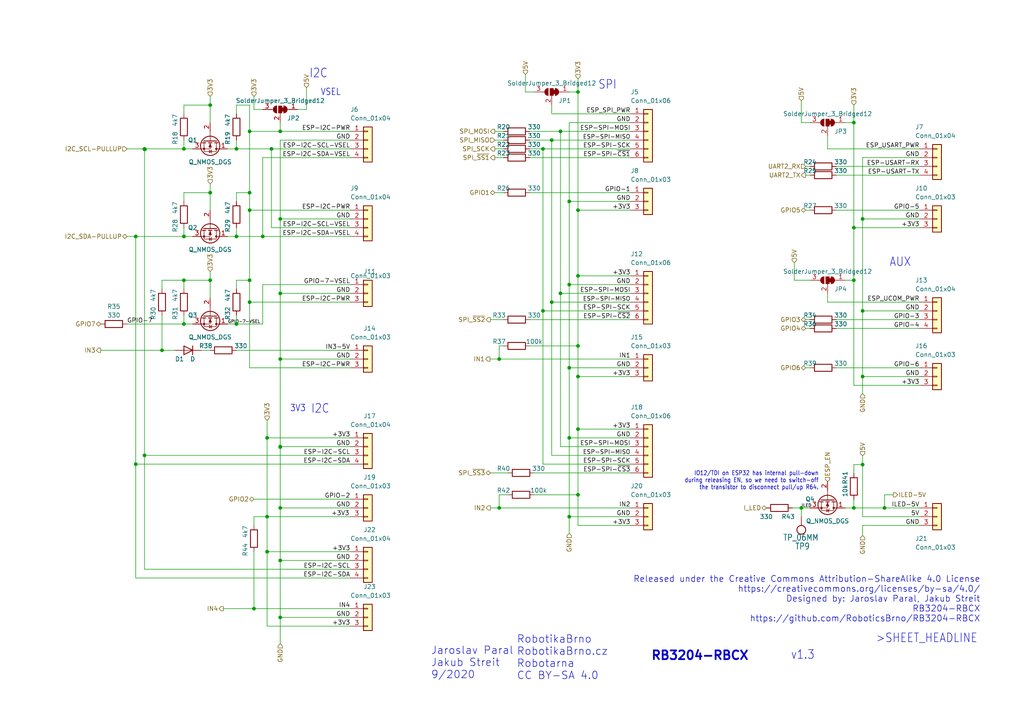
<source format=kicad_sch>
(kicad_sch (version 20211123) (generator eeschema)
  (paper "A4")
  (lib_symbols
    (symbol "Connector_Generic:Conn_01x03" (pin_names (offset 1.016) hide)
      (property "Reference" "J" (at 0 5.08 0))
      (property "Value" "Conn_01x03" (at 0 -5.08 0))
      (symbol "Conn_01x03_1_1"
        (rectangle (start -1.27 -2.413) (end 0 -2.667) (stroke (width 0.1524)))
        (rectangle (start -1.27 0.127) (end 0 -0.127) (stroke (width 0.1524)))
        (rectangle (start -1.27 2.667) (end 0 2.413) (stroke (width 0.1524)))
        (rectangle (start -1.27 3.81) (end 1.27 -3.81) (stroke (width 0.254)) (fill (type background)))
        (pin passive line (at -5.08 2.54 0) (length 3.81) (name "Pin_1") (number "1"))
        (pin passive line (at -5.08 0 0) (length 3.81) (name "Pin_2") (number "2"))
        (pin passive line (at -5.08 -2.54 0) (length 3.81) (name "Pin_3") (number "3"))
      )
    )
    (symbol "Connector_Generic:Conn_01x04" (pin_names (offset 1.016) hide)
      (property "Reference" "J" (at 0 5.08 0))
      (property "Value" "Conn_01x04" (at 0 -7.62 0))
      (symbol "Conn_01x04_1_1"
        (rectangle (start -1.27 -4.953) (end 0 -5.207) (stroke (width 0.1524)))
        (rectangle (start -1.27 -2.413) (end 0 -2.667) (stroke (width 0.1524)))
        (rectangle (start -1.27 0.127) (end 0 -0.127) (stroke (width 0.1524)))
        (rectangle (start -1.27 2.667) (end 0 2.413) (stroke (width 0.1524)))
        (rectangle (start -1.27 3.81) (end 1.27 -6.35) (stroke (width 0.254)) (fill (type background)))
        (pin passive line (at -5.08 2.54 0) (length 3.81) (name "Pin_1") (number "1"))
        (pin passive line (at -5.08 0 0) (length 3.81) (name "Pin_2") (number "2"))
        (pin passive line (at -5.08 -2.54 0) (length 3.81) (name "Pin_3") (number "3"))
        (pin passive line (at -5.08 -5.08 0) (length 3.81) (name "Pin_4") (number "4"))
      )
    )
    (symbol "Connector_Generic:Conn_01x06" (pin_names (offset 1.016) hide)
      (property "Reference" "J" (at 0 7.62 0))
      (property "Value" "Conn_01x06" (at 0 -10.16 0))
      (symbol "Conn_01x06_1_1"
        (rectangle (start -1.27 -7.493) (end 0 -7.747) (stroke (width 0.1524)))
        (rectangle (start -1.27 -4.953) (end 0 -5.207) (stroke (width 0.1524)))
        (rectangle (start -1.27 -2.413) (end 0 -2.667) (stroke (width 0.1524)))
        (rectangle (start -1.27 0.127) (end 0 -0.127) (stroke (width 0.1524)))
        (rectangle (start -1.27 2.667) (end 0 2.413) (stroke (width 0.1524)))
        (rectangle (start -1.27 5.207) (end 0 4.953) (stroke (width 0.1524)))
        (rectangle (start -1.27 6.35) (end 1.27 -8.89) (stroke (width 0.254)) (fill (type background)))
        (pin passive line (at -5.08 5.08 0) (length 3.81) (name "Pin_1") (number "1"))
        (pin passive line (at -5.08 2.54 0) (length 3.81) (name "Pin_2") (number "2"))
        (pin passive line (at -5.08 0 0) (length 3.81) (name "Pin_3") (number "3"))
        (pin passive line (at -5.08 -2.54 0) (length 3.81) (name "Pin_4") (number "4"))
        (pin passive line (at -5.08 -5.08 0) (length 3.81) (name "Pin_5") (number "5"))
        (pin passive line (at -5.08 -7.62 0) (length 3.81) (name "Pin_6") (number "6"))
      )
    )
    (symbol "Device:D" (pin_numbers hide) (pin_names (offset 1.016) hide)
      (property "Reference" "D" (at 0 2.54 0))
      (property "Value" "D" (at 0 -2.54 0))
      (symbol "D_0_1"
        (polyline (pts (xy -1.27 1.27) (xy -1.27 -1.27)) (stroke (width 0.254)))
        (polyline (pts (xy 1.27 0) (xy -1.27 0)))
        (polyline (pts (xy 1.27 1.27) (xy 1.27 -1.27) (xy -1.27 0) (xy 1.27 1.27)) (stroke (width 0.254)))
      )
      (symbol "D_1_1"
        (pin passive line (at -3.81 0 0) (length 2.54) (name "K") (number "1"))
        (pin passive line (at 3.81 0 180) (length 2.54) (name "A") (number "2"))
      )
    )
    (symbol "Device:Q_NMOS_DGS" (pin_names (offset 0) hide)
      (property "Reference" "Q" (at 5.08 1.27 0))
      (property "Value" "Q_NMOS_DGS" (at 5.08 -1.27 0))
      (symbol "Q_NMOS_DGS_0_1"
        (polyline (pts (xy 0.254 0) (xy -2.54 0)))
        (polyline (pts (xy 0.254 1.905) (xy 0.254 -1.905)) (stroke (width 0.254)))
        (polyline (pts (xy 0.762 -1.27) (xy 0.762 -2.286)) (stroke (width 0.254)))
        (polyline (pts (xy 0.762 0.508) (xy 0.762 -0.508)) (stroke (width 0.254)))
        (polyline (pts (xy 0.762 2.286) (xy 0.762 1.27)) (stroke (width 0.254)))
        (polyline (pts (xy 2.54 2.54) (xy 2.54 1.778)))
        (polyline (pts (xy 2.54 -2.54) (xy 2.54 0) (xy 0.762 0)))
        (polyline (pts (xy 0.762 -1.778) (xy 3.302 -1.778) (xy 3.302 1.778) (xy 0.762 1.778)))
        (polyline (pts (xy 1.016 0) (xy 2.032 0.381) (xy 2.032 -0.381) (xy 1.016 0)) (fill (type outline)))
        (polyline (pts (xy 2.794 0.508) (xy 2.921 0.381) (xy 3.683 0.381) (xy 3.81 0.254)))
        (polyline (pts (xy 3.302 0.381) (xy 2.921 -0.254) (xy 3.683 -0.254) (xy 3.302 0.381)))
        (circle (center 1.651 0) (radius 2.794) (stroke (width 0.254)))
        (circle (center 2.54 -1.778) (radius 0.254) (fill (type outline)))
        (circle (center 2.54 1.778) (radius 0.254) (fill (type outline)))
      )
      (symbol "Q_NMOS_DGS_1_1"
        (pin passive line (at 2.54 5.08 270) (length 2.54) (name "D") (number "1"))
        (pin input line (at -5.08 0 0) (length 2.54) (name "G") (number "2"))
        (pin passive line (at 2.54 -5.08 90) (length 2.54) (name "S") (number "3"))
      )
    )
    (symbol "Device:R" (pin_numbers hide) (pin_names (offset 0))
      (property "Reference" "R" (at 2.032 0 90))
      (property "Value" "R" (at 0 0 90))
      (symbol "R_0_1"
        (rectangle (start -1.016 -2.54) (end 1.016 2.54) (stroke (width 0.254)))
      )
      (symbol "R_1_1"
        (pin passive line (at 0 3.81 270) (length 1.27) (name "~") (number "1"))
        (pin passive line (at 0 -3.81 90) (length 1.27) (name "~") (number "2"))
      )
    )
    (symbol "Jumper:SolderJumper_3_Bridged12" (pin_names (offset 0) hide)
      (property "Reference" "JP" (at -2.54 -2.54 0))
      (property "Value" "SolderJumper_3_Bridged12" (at 0 2.794 0))
      (symbol "SolderJumper_3_Bridged12_0_1"
        (rectangle (start -1.016 0.508) (end -0.508 -0.508) (fill (type outline)))
        (arc (start -1.016 1.016) (mid -2.032 0) (end -1.016 -1.016))
        (arc (start -1.016 1.016) (mid -2.032 0) (end -1.016 -1.016) (fill (type outline)))
        (rectangle (start -0.508 1.016) (end 0.508 -1.016) (fill (type outline)))
        (polyline (pts (xy -2.54 0) (xy -2.032 0)))
        (polyline (pts (xy -1.016 1.016) (xy -1.016 -1.016)))
        (polyline (pts (xy 0 -1.27) (xy 0 -1.016)))
        (polyline (pts (xy 1.016 1.016) (xy 1.016 -1.016)))
        (polyline (pts (xy 2.54 0) (xy 2.032 0)))
        (arc (start 1.016 -1.016) (mid 2.032 0) (end 1.016 1.016))
        (arc (start 1.016 -1.016) (mid 2.032 0) (end 1.016 1.016) (fill (type outline)))
      )
      (symbol "SolderJumper_3_Bridged12_1_1"
        (pin passive line (at -5.08 0 0) (length 2.54) (name "A") (number "1"))
        (pin passive line (at 0 -3.81 90) (length 2.54) (name "C") (number "2"))
        (pin passive line (at 5.08 0 180) (length 2.54) (name "B") (number "3"))
      )
    )
    (symbol "RBCX-eagle-import:TP_06MM"
      (property "Reference" "TP" (at -2.54 7.62 0))
      (property "Value" "TP_06MM" (at -2.54 5.334 0))
      (symbol "TP_06MM_1_0"
        (circle (center 0 3.81) (radius 1.27) (stroke (width 0.254)))
        (pin passive line (at 0 0 90) (length 2.54) (name "TP") (number "P$1"))
      )
    )
  )
  (junction (at 144.78 147.32))
  (junction (at 162.56 38.1))
  (junction (at 157.48 90.17))
  (junction (at 68.58 43.18))
  (junction (at 53.34 43.18))
  (junction (at 46.99 101.6))
  (junction (at 167.64 100.33))
  (junction (at 81.28 129.667))
  (junction (at 81.28 104.14))
  (junction (at 165.1 58.42))
  (junction (at 60.96 81.28))
  (junction (at 53.34 93.98))
  (junction (at 77.47 127))
  (junction (at 53.34 81.28))
  (junction (at 39.37 68.58))
  (junction (at 53.34 68.58))
  (junction (at 232.41 147.32))
  (junction (at 167.64 60.96))
  (junction (at 81.28 85.09))
  (junction (at 256.54 147.32))
  (junction (at 60.96 55.88))
  (junction (at 165.1 82.55))
  (junction (at 81.28 162.56))
  (junction (at 81.28 63.5))
  (junction (at 247.65 147.32))
  (junction (at 81.28 129.54))
  (junction (at 39.37 134.62))
  (junction (at 73.66 176.53))
  (junction (at 77.47 149.86))
  (junction (at 41.91 43.307))
  (junction (at 60.96 30.48))
  (junction (at 250.19 63.5))
  (junction (at 167.64 143.51))
  (junction (at 250.19 90.17))
  (junction (at 72.39 87.63))
  (junction (at 167.64 80.01))
  (junction (at 81.28 147.32))
  (junction (at 165.1 127))
  (junction (at 81.28 38.1))
  (junction (at 41.91 43.18))
  (junction (at 165.1 106.68))
  (junction (at 250.19 134.747))
  (junction (at 165.1 149.86))
  (junction (at 144.78 104.14))
  (junction (at 76.2 68.58))
  (junction (at 77.47 160.02))
  (junction (at 167.64 109.22))
  (junction (at 157.48 43.18))
  (junction (at 68.58 93.98))
  (junction (at 247.65 81.28))
  (junction (at 72.39 81.28))
  (junction (at 41.91 132.08))
  (junction (at 81.28 179.07))
  (junction (at 162.56 85.09))
  (junction (at 167.64 26.67))
  (junction (at 250.19 109.22))
  (junction (at 160.02 87.63))
  (junction (at 247.65 35.56))
  (junction (at 78.74 43.18))
  (junction (at 42.037 43.307))
  (junction (at 72.39 55.88))
  (junction (at 72.39 60.96))
  (junction (at 72.39 38.1))
  (junction (at 167.64 124.46))
  (junction (at 247.65 66.04))
  (junction (at 160.02 40.64))
  (junction (at 68.58 68.58))
  (wire (pts (xy 247.65 66.04) (xy 247.65 81.28)))
  (wire (pts (xy 247.65 66.04) (xy 266.7 66.04)))
  (wire (pts (xy 53.34 83.82) (xy 53.34 81.28)))
  (wire (pts (xy 160.02 30.48) (xy 160.02 33.02)))
  (wire (pts (xy 167.64 80.01) (xy 167.64 100.33)))
  (wire (pts (xy 157.48 134.62) (xy 182.88 134.62)))
  (wire (pts (xy 143.51 45.72) (xy 146.05 45.72)))
  (wire (pts (xy 142.24 137.16) (xy 147.32 137.16)))
  (wire (pts (xy 81.28 179.07) (xy 81.28 162.56)))
  (wire (pts (xy 72.39 60.96) (xy 101.6 60.96)))
  (wire (pts (xy 153.67 43.18) (xy 157.48 43.18)))
  (wire (pts (xy 39.37 68.58) (xy 39.37 134.62)))
  (wire (pts (xy 250.19 63.5) (xy 266.7 63.5)))
  (wire (pts (xy 162.56 129.54) (xy 162.56 85.09)))
  (wire (pts (xy 81.28 104.14) (xy 101.6 104.14)))
  (wire (pts (xy 72.39 87.63) (xy 72.39 106.68)))
  (wire (pts (xy 157.48 90.17) (xy 182.88 90.17)))
  (wire (pts (xy 165.1 58.42) (xy 165.1 82.55)))
  (wire (pts (xy 77.47 160.02) (xy 77.47 181.61)))
  (wire (pts (xy 41.91 43.18) (xy 41.91 43.307)))
  (wire (pts (xy 60.96 81.28) (xy 60.96 86.36)))
  (wire (pts (xy 157.48 43.18) (xy 182.88 43.18)))
  (wire (pts (xy 266.7 45.72) (xy 250.19 45.72)))
  (wire (pts (xy 72.39 87.63) (xy 101.6 87.63)))
  (wire (pts (xy 101.6 38.1) (xy 81.28 38.1)))
  (wire (pts (xy 76.2 45.72) (xy 101.6 45.72)))
  (wire (pts (xy 36.83 68.58) (xy 39.37 68.58)))
  (wire (pts (xy 81.28 162.56) (xy 101.6 162.56)))
  (wire (pts (xy 242.57 50.8) (xy 266.7 50.8)))
  (wire (pts (xy 81.28 35.56) (xy 81.28 38.1)))
  (wire (pts (xy 242.57 95.25) (xy 266.7 95.25)))
  (wire (pts (xy 160.02 132.08) (xy 182.88 132.08)))
  (wire (pts (xy 232.41 147.32) (xy 234.95 147.32)))
  (wire (pts (xy 240.03 87.63) (xy 266.7 87.63)))
  (wire (pts (xy 153.67 92.71) (xy 182.88 92.71)))
  (wire (pts (xy 77.47 121.92) (xy 77.47 127)))
  (wire (pts (xy 77.47 181.61) (xy 101.6 181.61)))
  (wire (pts (xy 72.39 60.96) (xy 72.39 81.28)))
  (wire (pts (xy 162.56 85.09) (xy 182.88 85.09)))
  (wire (pts (xy 55.88 43.18) (xy 53.34 43.18)))
  (wire (pts (xy 153.67 40.64) (xy 160.02 40.64)))
  (wire (pts (xy 165.1 58.42) (xy 165.1 35.56)))
  (wire (pts (xy 142.113 104.14) (xy 144.78 104.14)))
  (wire (pts (xy 60.96 30.48) (xy 60.96 35.56)))
  (wire (pts (xy 53.34 33.02) (xy 53.34 30.48)))
  (wire (pts (xy 81.28 85.09) (xy 81.28 104.14)))
  (wire (pts (xy 41.91 43.307) (xy 42.037 43.307)))
  (wire (pts (xy 162.56 38.1) (xy 162.56 85.09)))
  (wire (pts (xy 147.32 143.51) (xy 144.78 143.51)))
  (wire (pts (xy 250.19 132.207) (xy 250.19 134.747)))
  (wire (pts (xy 68.58 68.58) (xy 76.2 68.58)))
  (wire (pts (xy 76.2 68.58) (xy 101.6 68.58)))
  (wire (pts (xy 60.96 55.88) (xy 60.96 60.96)))
  (wire (pts (xy 165.1 82.55) (xy 182.88 82.55)))
  (wire (pts (xy 167.64 124.46) (xy 182.88 124.46)))
  (wire (pts (xy 167.64 22.86) (xy 167.64 26.67)))
  (wire (pts (xy 81.28 186.69) (xy 81.28 179.07)))
  (wire (pts (xy 101.6 165.1) (xy 41.91 165.1)))
  (wire (pts (xy 250.19 149.86) (xy 266.7 149.86)))
  (wire (pts (xy 160.02 40.64) (xy 160.02 87.63)))
  (wire (pts (xy 46.99 91.44) (xy 46.99 101.6)))
  (wire (pts (xy 167.64 80.01) (xy 182.88 80.01)))
  (wire (pts (xy 242.57 60.96) (xy 266.7 60.96)))
  (wire (pts (xy 230.378 76.2) (xy 230.378 81.28)))
  (wire (pts (xy 101.6 160.02) (xy 77.47 160.02)))
  (wire (pts (xy 81.28 147.32) (xy 81.28 162.56)))
  (wire (pts (xy 165.1 127) (xy 182.88 127)))
  (wire (pts (xy 229.87 147.32) (xy 232.41 147.32)))
  (wire (pts (xy 165.1 149.86) (xy 165.1 154.686)))
  (wire (pts (xy 81.28 129.667) (xy 81.28 147.32)))
  (wire (pts (xy 72.39 55.88) (xy 72.39 60.96)))
  (wire (pts (xy 234.95 106.68) (xy 233.68 106.68)))
  (wire (pts (xy 167.64 152.4) (xy 182.88 152.4)))
  (wire (pts (xy 53.34 30.48) (xy 60.96 30.48)))
  (wire (pts (xy 247.65 111.76) (xy 266.7 111.76)))
  (wire (pts (xy 55.88 68.58) (xy 53.34 68.58)))
  (wire (pts (xy 81.28 63.5) (xy 101.6 63.5)))
  (wire (pts (xy 162.56 129.54) (xy 182.88 129.54)))
  (wire (pts (xy 36.83 43.18) (xy 41.91 43.18)))
  (wire (pts (xy 53.34 58.42) (xy 53.34 55.88)))
  (wire (pts (xy 76.2 93.98) (xy 76.2 82.55)))
  (wire (pts (xy 242.57 106.68) (xy 266.7 106.68)))
  (wire (pts (xy 53.34 81.28) (xy 60.96 81.28)))
  (wire (pts (xy 143.51 55.88) (xy 146.05 55.88)))
  (wire (pts (xy 46.99 101.6) (xy 50.8 101.6)))
  (wire (pts (xy 60.96 81.28) (xy 60.96 78.74)))
  (wire (pts (xy 72.39 30.48) (xy 72.39 38.1)))
  (wire (pts (xy 165.1 149.86) (xy 165.1 127)))
  (wire (pts (xy 73.66 149.86) (xy 77.47 149.86)))
  (wire (pts (xy 68.58 83.82) (xy 68.58 81.28)))
  (wire (pts (xy 66.04 68.58) (xy 68.58 68.58)))
  (wire (pts (xy 240.03 85.09) (xy 240.03 87.63)))
  (wire (pts (xy 144.78 104.14) (xy 182.88 104.14)))
  (wire (pts (xy 250.19 90.17) (xy 250.19 109.22)))
  (wire (pts (xy 72.39 38.1) (xy 72.39 55.88)))
  (wire (pts (xy 256.54 143.51) (xy 256.54 147.32)))
  (wire (pts (xy 76.2 82.55) (xy 101.6 82.55)))
  (wire (pts (xy 73.66 27.94) (xy 73.66 31.75)))
  (wire (pts (xy 68.58 101.6) (xy 101.6 101.6)))
  (wire (pts (xy 81.28 147.32) (xy 101.6 147.32)))
  (wire (pts (xy 68.58 91.44) (xy 68.58 93.98)))
  (wire (pts (xy 39.37 68.58) (xy 53.34 68.58)))
  (wire (pts (xy 68.58 81.28) (xy 72.39 81.28)))
  (wire (pts (xy 73.66 31.75) (xy 76.2 31.75)))
  (wire (pts (xy 143.51 43.18) (xy 146.05 43.18)))
  (wire (pts (xy 165.1 58.42) (xy 182.88 58.42)))
  (wire (pts (xy 152.4 21.59) (xy 152.4 26.67)))
  (wire (pts (xy 29.21 101.6) (xy 46.99 101.6)))
  (wire (pts (xy 88.9 31.75) (xy 86.36 31.75)))
  (wire (pts (xy 240.03 39.37) (xy 240.03 43.18)))
  (wire (pts (xy 167.64 60.96) (xy 182.88 60.96)))
  (wire (pts (xy 157.48 134.62) (xy 157.48 90.17)))
  (wire (pts (xy 60.96 55.88) (xy 60.96 53.34)))
  (wire (pts (xy 165.1 149.86) (xy 182.88 149.86)))
  (wire (pts (xy 81.28 85.09) (xy 101.6 85.09)))
  (wire (pts (xy 167.64 124.46) (xy 167.64 143.51)))
  (wire (pts (xy 242.57 92.71) (xy 266.7 92.71)))
  (wire (pts (xy 144.78 143.51) (xy 144.78 147.32)))
  (wire (pts (xy 101.6 132.08) (xy 41.91 132.08)))
  (wire (pts (xy 73.66 144.78) (xy 101.6 144.78)))
  (wire (pts (xy 53.34 40.64) (xy 53.34 43.18)))
  (wire (pts (xy 88.9 31.75) (xy 88.9 25.4)))
  (wire (pts (xy 60.96 27.94) (xy 60.96 30.48)))
  (wire (pts (xy 250.19 90.17) (xy 266.7 90.17)))
  (wire (pts (xy 154.94 143.51) (xy 167.64 143.51)))
  (wire (pts (xy 78.74 66.04) (xy 78.74 43.18)))
  (wire (pts (xy 46.99 83.82) (xy 46.99 81.28)))
  (wire (pts (xy 165.1 127) (xy 165.1 106.68)))
  (wire (pts (xy 153.67 45.72) (xy 182.88 45.72)))
  (wire (pts (xy 101.6 134.62) (xy 39.37 134.62)))
  (wire (pts (xy 230.378 81.28) (xy 234.95 81.28)))
  (wire (pts (xy 160.02 87.63) (xy 182.88 87.63)))
  (wire (pts (xy 232.41 147.32) (xy 232.41 149.86)))
  (wire (pts (xy 101.6 129.54) (xy 81.28 129.54)))
  (wire (pts (xy 78.74 43.18) (xy 101.6 43.18)))
  (wire (pts (xy 146.05 100.33) (xy 144.78 100.33)))
  (wire (pts (xy 234.95 48.26) (xy 233.68 48.26)))
  (wire (pts (xy 167.64 109.22) (xy 167.64 124.46)))
  (wire (pts (xy 46.99 81.28) (xy 53.34 81.28)))
  (wire (pts (xy 245.11 35.56) (xy 247.65 35.56)))
  (wire (pts (xy 68.58 30.48) (xy 72.39 30.48)))
  (wire (pts (xy 250.19 114.173) (xy 250.19 109.22)))
  (wire (pts (xy 81.28 129.667) (xy 81.28 129.54)))
  (wire (pts (xy 68.58 55.88) (xy 72.39 55.88)))
  (wire (pts (xy 247.65 81.28) (xy 245.11 81.28)))
  (wire (pts (xy 81.28 179.07) (xy 101.6 179.07)))
  (wire (pts (xy 73.66 149.86) (xy 73.66 152.4)))
  (wire (pts (xy 153.67 100.33) (xy 167.64 100.33)))
  (wire (pts (xy 152.4 26.67) (xy 154.94 26.67)))
  (wire (pts (xy 233.68 50.8) (xy 234.95 50.8)))
  (wire (pts (xy 250.19 45.72) (xy 250.19 63.5)))
  (wire (pts (xy 247.65 134.747) (xy 247.65 137.287)))
  (wire (pts (xy 66.04 93.98) (xy 68.58 93.98)))
  (wire (pts (xy 58.42 101.6) (xy 60.96 101.6)))
  (wire (pts (xy 250.19 134.747) (xy 250.19 149.86)))
  (wire (pts (xy 160.02 33.02) (xy 182.88 33.02)))
  (wire (pts (xy 242.57 48.26) (xy 266.7 48.26)))
  (wire (pts (xy 53.34 43.18) (xy 41.91 43.18)))
  (wire (pts (xy 165.1 106.68) (xy 182.88 106.68)))
  (wire (pts (xy 53.34 66.04) (xy 53.34 68.58)))
  (wire (pts (xy 72.39 106.68) (xy 101.6 106.68)))
  (wire (pts (xy 247.65 147.32) (xy 256.54 147.32)))
  (wire (pts (xy 160.02 132.08) (xy 160.02 87.63)))
  (wire (pts (xy 250.19 63.5) (xy 250.19 90.17)))
  (wire (pts (xy 77.47 149.86) (xy 77.47 160.02)))
  (wire (pts (xy 81.28 40.64) (xy 101.6 40.64)))
  (wire (pts (xy 77.47 149.86) (xy 101.6 149.86)))
  (wire (pts (xy 153.67 38.1) (xy 162.56 38.1)))
  (wire (pts (xy 68.58 40.64) (xy 68.58 43.18)))
  (wire (pts (xy 162.56 38.1) (xy 182.88 38.1)))
  (wire (pts (xy 78.74 66.04) (xy 101.6 66.04)))
  (wire (pts (xy 153.67 55.88) (xy 182.88 55.88)))
  (wire (pts (xy 81.28 63.5) (xy 81.28 85.09)))
  (wire (pts (xy 101.6 167.64) (xy 39.37 167.64)))
  (wire (pts (xy 154.94 137.16) (xy 182.88 137.16)))
  (wire (pts (xy 167.64 60.96) (xy 167.64 80.01)))
  (wire (pts (xy 165.1 35.56) (xy 182.88 35.56)))
  (wire (pts (xy 234.95 92.71) (xy 233.68 92.71)))
  (wire (pts (xy 73.66 160.02) (xy 73.66 176.53)))
  (wire (pts (xy 41.91 165.1) (xy 41.91 132.08)))
  (wire (pts (xy 64.77 176.53) (xy 73.66 176.53)))
  (wire (pts (xy 144.78 100.33) (xy 144.78 104.14)))
  (wire (pts (xy 256.54 147.32) (xy 266.7 147.32)))
  (wire (pts (xy 81.28 104.14) (xy 81.28 129.54)))
  (wire (pts (xy 165.1 82.55) (xy 165.1 106.68)))
  (wire (pts (xy 68.58 43.18) (xy 78.74 43.18)))
  (wire (pts (xy 143.51 38.1) (xy 146.05 38.1)))
  (wire (pts (xy 266.7 43.18) (xy 240.03 43.18)))
  (wire (pts (xy 167.64 143.51) (xy 167.64 152.4)))
  (wire (pts (xy 167.64 109.22) (xy 182.88 109.22)))
  (wire (pts (xy 72.39 87.63) (xy 72.39 81.28)))
  (wire (pts (xy 36.83 93.98) (xy 53.34 93.98)))
  (wire (pts (xy 167.64 100.33) (xy 167.64 109.22)))
  (wire (pts (xy 142.24 92.71) (xy 146.05 92.71)))
  (wire (pts (xy 250.19 152.4) (xy 266.7 152.4)))
  (wire (pts (xy 55.88 93.98) (xy 53.34 93.98)))
  (wire (pts (xy 234.95 95.25) (xy 233.68 95.25)))
  (wire (pts (xy 247.65 144.907) (xy 247.65 147.32)))
  (wire (pts (xy 81.28 40.64) (xy 81.28 63.5)))
  (wire (pts (xy 259.08 143.51) (xy 256.54 143.51)))
  (wire (pts (xy 143.51 40.64) (xy 146.05 40.64)))
  (wire (pts (xy 250.19 109.22) (xy 266.7 109.22)))
  (wire (pts (xy 68.58 33.02) (xy 68.58 30.48)))
  (wire (pts (xy 68.58 58.42) (xy 68.58 55.88)))
  (wire (pts (xy 247.65 81.28) (xy 247.65 111.76)))
  (wire (pts (xy 157.48 43.18) (xy 157.48 90.17)))
  (wire (pts (xy 245.11 147.32) (xy 247.65 147.32)))
  (wire (pts (xy 142.24 147.32) (xy 144.78 147.32)))
  (wire (pts (xy 167.64 60.96) (xy 167.64 26.67)))
  (wire (pts (xy 53.34 91.44) (xy 53.34 93.98)))
  (wire (pts (xy 234.95 60.96) (xy 233.68 60.96)))
  (wire (pts (xy 250.19 155.321) (xy 250.19 152.4)))
  (wire (pts (xy 39.37 167.64) (xy 39.37 134.62)))
  (wire (pts (xy 247.65 30.48) (xy 247.65 35.56)))
  (wire (pts (xy 232.41 29.21) (xy 232.41 35.56)))
  (wire (pts (xy 72.39 38.1) (xy 81.28 38.1)))
  (wire (pts (xy 68.58 66.04) (xy 68.58 68.58)))
  (wire (pts (xy 73.66 176.53) (xy 101.6 176.53)))
  (wire (pts (xy 232.41 35.56) (xy 234.95 35.56)))
  (wire (pts (xy 76.2 68.58) (xy 76.2 45.72)))
  (wire (pts (xy 247.65 134.747) (xy 250.19 134.747)))
  (wire (pts (xy 53.34 55.88) (xy 60.96 55.88)))
  (wire (pts (xy 160.02 40.64) (xy 182.88 40.64)))
  (wire (pts (xy 66.04 43.18) (xy 68.58 43.18)))
  (wire (pts (xy 247.65 35.56) (xy 247.65 66.04)))
  (wire (pts (xy 101.6 127) (xy 77.47 127)))
  (wire (pts (xy 41.91 43.307) (xy 41.91 132.08)))
  (wire (pts (xy 144.78 147.32) (xy 182.88 147.32)))
  (wire (pts (xy 165.1 26.67) (xy 167.64 26.67)))
  (wire (pts (xy 68.58 93.98) (xy 76.2 93.98)))
  (wire (pts (xy 77.47 127) (xy 77.47 149.86)))
  (text "Released under the Creative Commons Attribution-ShareAlike 4.0 License\nhttps://creativecommons.org/licenses/by-sa/4.0/\nDesigned by: Jaroslav Paral, Jakub Streit\nRB3204-RBCX\nhttps://github.com/RoboticsBrno/RB3204-RBCX" (at 284.353 180.594 180) (effects (font (size 1.778 1.778)) (justify right bottom)))
  (text "I2C" (at 89.662 22.86 180) (effects (font (size 2.54 2.159)) (justify left bottom)))
  (text "v1.3" (at 229.362 191.516 180) (effects (font (size 2.54 2.159)) (justify left bottom)))
  (text "Jaroslav Paral\nJakub Streit\n9/2020" (at 124.968 197.104 180) (effects (font (size 2.1844 2.1844)) (justify left bottom)))
  (text "AUX" (at 257.937 77.597 180) (effects (font (size 2.54 2.159)) (justify left bottom)))
  (text "I2C" (at 90.17 120.142 180) (effects (font (size 2.54 2.159)) (justify left bottom)))
  (text "VSEL" (at 92.964 27.94 180) (effects (font (size 1.905 1.6192)) (justify left bottom)))
  (text "RB3204-RBCX" (at 188.722 191.77 180) (effects (font (size 2.54 2.54) (thickness 0.508) bold) (justify left bottom)))
  (text ">SHEET_HEADLINE" (at 254 186.69 180) (effects (font (size 2.54 2.159)) (justify left bottom)))
  (text "3V3" (at 84.074 119.634 180) (effects (font (size 1.905 1.6192)) (justify left bottom)))
  (text "RobotikaBrno\nRobotikaBrno.cz\nRobotarna\nCC BY-SA 4.0" (at 149.86 197.358 180) (effects (font (size 2.1844 2.1844)) (justify left bottom)))
  (text "IO12/TDI on ESP32 has internal pull-down\nduring releasing EN, so we need to switch-off\nthe transistor to disconnect pull/up R64." (at 237.49 142.24 180) (effects (font (size 1.27 1.0795)) (justify right bottom)))
  (text "SPI" (at 173.482 26.162 180) (effects (font (size 2.54 2.159)) (justify left bottom)))
  (label "GND" (at 101.6 104.14 180))
  (label "GND" (at 101.6 85.09 180))
  (label "+3V3" (at 182.88 80.01 180))
  (label "GND" (at 101.6 40.64 180))
  (label "+3V3" (at 182.88 124.46 180))
  (label "IN4" (at 101.6 176.53 180))
  (label "ESP_UCOM_PWR" (at 266.7 87.63 180))
  (label "GPIO-2" (at 101.6 144.78 180))
  (label "IN3-5V" (at 101.6 101.6 180))
  (label "+3V3" (at 266.7 66.04 180))
  (label "IN2" (at 182.88 147.32 180))
  (label "ILED" (at 232.41 147.32 0) (effects (font (size 0.889 0.889))))
  (label "GND" (at 101.6 162.56 180))
  (label "IN1" (at 182.88 104.14 180))
  (label "GND" (at 182.88 106.68 180))
  (label "+3V3" (at 182.88 60.96 180))
  (label "ESP-SPI-~{CS3}" (at 182.88 137.16 180))
  (label "ESP-SPI-MISO" (at 182.88 40.64 180) (effects (font (size 1.2 1.2))))
  (label "GND" (at 101.6 63.5 180))
  (label "ESP-I2C-SCL" (at 101.6 165.1 180))
  (label "+3V3" (at 182.88 152.4 180))
  (label "GND" (at 266.7 90.17 180))
  (label "ESP-I2C-PWR" (at 101.6 60.96 180))
  (label "GND" (at 182.88 35.56 180))
  (label "ESP-SPI-~{CS2}" (at 182.88 92.71 180))
  (label "ESP_SPI_PWR" (at 182.88 33.02 180))
  (label "ESP-SPI-MISO" (at 182.88 87.63 180) (effects (font (size 1.2 1.2))))
  (label "+3V3" (at 101.3564 149.86 180))
  (label "GPIO-7-VSEL" (at 66.04 93.98 0) (effects (font (size 0.889 0.889))))
  (label "ESP-SPI-~{CS1}" (at 182.88 45.72 180))
  (label "ESP-I2C-SDA-VSEL" (at 101.6 45.72 180))
  (label "ESP-I2C-SCL-VSEL" (at 101.6 43.18 180))
  (label "GPIO-3" (at 266.7 92.71 180))
  (label "ESP-USART-TX" (at 266.7 50.8 180))
  (label "+3V3" (at 101.6 127 180))
  (label "ESP-I2C-SCL-VSEL" (at 101.6 66.04 180))
  (label "+3V3" (at 101.6 160.02 180))
  (label "ESP-SPI-MISO" (at 182.88 132.08 180) (effects (font (size 1.2 1.2))))
  (label "GPIO-4" (at 266.7 95.25 180))
  (label "GND" (at 182.88 58.42 180))
  (label "GPIO-1" (at 182.88 55.88 180))
  (label "ESP-I2C-SDA" (at 101.6 134.62 180))
  (label "GND" (at 266.7 45.72 180))
  (label "GND" (at 182.88 127 180))
  (label "ESP-I2C-PWR" (at 101.6 106.68 180))
  (label "ESP_USART_PWR" (at 266.7 43.18 180))
  (label "GPIO-6" (at 266.7 106.68 180))
  (label "GND" (at 182.88 82.55 180))
  (label "GND" (at 266.7 109.22 180))
  (label "ESP-SPI-SCK" (at 182.88 134.62 180))
  (label "ESP-SPI-SCK" (at 182.88 90.17 180))
  (label "ESP-USART-RX" (at 266.7 48.26 180))
  (label "ESP-SPI-MOSI" (at 182.88 129.54 180))
  (label "ESP-SPI-MOSI" (at 182.88 85.09 180))
  (label "GND" (at 266.7 63.5 180))
  (label "5V" (at 266.7 149.86 180))
  (label "ESP-I2C-SDA" (at 101.6 167.64 180))
  (label "+3V3" (at 182.88 109.22 180))
  (label "ESP-I2C-SCL" (at 101.6 132.08 180))
  (label "ESP-I2C-PWR" (at 101.6 38.1 180))
  (label "GND" (at 182.88 149.86 180))
  (label "GPIO-7-VSEL" (at 101.6 82.55 180))
  (label "GPIO-7" (at 36.83 93.98 0))
  (label "GND" (at 101.6 147.32 180))
  (label "GND" (at 266.7 152.4 180))
  (label "ESP-SPI-MOSI" (at 182.88 38.1 180))
  (label "ESP-I2C-SDA-VSEL" (at 101.6 68.58 180))
  (label "+3V3" (at 266.7 111.76 180))
  (label "GND" (at 101.6 129.54 180))
  (label "ESP-SPI-SCK" (at 182.88 43.18 180))
  (label "+3V3" (at 101.6 181.61 180))
  (label "ILED-5V" (at 266.7 147.32 180))
  (label "ESP-I2C-PWR" (at 101.6 87.63 180))
  (label "GND" (at 101.6 179.07 180))
  (label "GPIO-5" (at 266.7 60.96 180))
  (hierarchical_label "3V3" (shape input) (at 60.96 53.34 90))
  (hierarchical_label "3V3" (shape input) (at 77.47 121.92 90))
  (hierarchical_label "GND" (shape input) (at 250.19 155.321 270))
  (hierarchical_label "3V3" (shape input) (at 73.66 27.94 90))
  (hierarchical_label "GPIO3" (shape bidirectional) (at 233.68 92.71 180))
  (hierarchical_label "UART2_RX" (shape input) (at 233.68 48.26 180))
  (hierarchical_label "IN3" (shape output) (at 29.21 101.6 180))
  (hierarchical_label "5V" (shape input) (at 232.41 29.21 90))
  (hierarchical_label "IN2" (shape output) (at 142.24 147.32 180))
  (hierarchical_label "3V3" (shape input) (at 60.96 78.74 90))
  (hierarchical_label "GND" (shape input) (at 81.28 186.69 270))
  (hierarchical_label "GPIO4" (shape bidirectional) (at 233.68 95.25 180))
  (hierarchical_label "SPI_~{SS2}" (shape output) (at 142.24 92.71 180))
  (hierarchical_label "SPI_MOSI" (shape output) (at 143.51 38.1 180))
  (hierarchical_label "I2C_SDA-PULLUP" (shape bidirectional) (at 36.83 68.58 180))
  (hierarchical_label "ILED-5V" (shape output) (at 259.08 143.51 0))
  (hierarchical_label "5V" (shape input) (at 230.378 76.2 90))
  (hierarchical_label "GPIO6" (shape bidirectional) (at 233.68 106.68 180))
  (hierarchical_label "GPIO1" (shape bidirectional) (at 143.51 55.88 180))
  (hierarchical_label "5V" (shape input) (at 152.4 21.59 90))
  (hierarchical_label "GPIO2" (shape bidirectional) (at 73.66 144.78 180))
  (hierarchical_label "I2C_SCL-PULLUP" (shape input) (at 36.83 43.18 180))
  (hierarchical_label "GPIO7" (shape bidirectional) (at 29.21 93.98 180))
  (hierarchical_label "ESP_EN" (shape input) (at 240.03 139.7 90))
  (hierarchical_label "GND" (shape input) (at 165.1 154.686 270))
  (hierarchical_label "SPI_~{SS1}" (shape output) (at 143.51 45.72 180))
  (hierarchical_label "SPI_~{SS3}" (shape bidirectional) (at 142.24 137.16 180))
  (hierarchical_label "UART2_TX" (shape output) (at 233.68 50.8 180))
  (hierarchical_label "3V3" (shape input) (at 60.96 27.94 90))
  (hierarchical_label "GND" (shape input) (at 250.19 114.173 270))
  (hierarchical_label "SPI_SCK" (shape output) (at 143.51 43.18 180))
  (hierarchical_label "IN4" (shape output) (at 64.77 176.53 180))
  (hierarchical_label "5V" (shape input) (at 250.19 132.207 90))
  (hierarchical_label "SPI_MISO" (shape input) (at 143.51 40.64 180))
  (hierarchical_label "3V3" (shape input) (at 167.64 22.86 90))
  (hierarchical_label "5V" (shape input) (at 88.9 25.4 90))
  (hierarchical_label "3V3" (shape input) (at 247.65 30.48 90))
  (hierarchical_label "IN1" (shape output) (at 142.113 104.14 180))
  (hierarchical_label "I_LED" (shape bidirectional) (at 222.25 147.32 180))
  (hierarchical_label "GPIO5" (shape bidirectional) (at 233.68 60.96 180))
  (symbol (lib_id "Device:R") (at 73.66 156.21 180) (unit 1)
    (property "Reference" "R44" (at 71.12 157.48 90) (effects (justify left)))
    (property "Value" "4k7" (at 71.12 152.4 90) (effects (justify left)))
    (property "Footprint" "Resistor_SMD:R_0201_0603Metric" (effects hide))
    (property "LCSC" "C270346" (effects hide))
    (property "Basic/Extended" "E" (effects hide))
  )
  (symbol (lib_id "Device:R") (at 53.34 36.83 180) (unit 1)
    (property "Reference" "R18" (at 50.8 38.1 90) (effects (justify left)))
    (property "Value" "4k7" (at 50.8 33.02 90) (effects (justify left)))
    (property "Footprint" "Resistor_SMD:R_0201_0603Metric" (effects hide))
    (property "LCSC" "C270346" (effects hide))
    (property "Basic/Extended" "E" (effects hide))
  )
  (symbol (lib_id "Connector_Generic:Conn_01x03") (at 106.68 85.09 0) (unit 1)
    (property "Reference" "J11" (at 105.41 78.74 0) (effects (justify left)))
    (property "Value" "Conn_01x03" (at 101.6 80.01 0) (effects (justify left)))
    (property "Footprint" "RBCX:PinHeader_1x03_P2.54mm_Vertical" (effects hide))
    (property "LCSC" "C49257" (effects hide))
    (property "Basic/Extended" "E" (effects hide))
    (property "JLCPCB_CORRECTION" "0;-2.54;90" (effects hide))
  )
  (symbol (lib_id "Device:R") (at 149.86 38.1 90) (unit 1)
    (property "Reference" "R20" (at 146.05 36.83 90))
    (property "Value" "330" (at 154.94 36.83 90))
    (property "Footprint" "Capacitor_SMD:C_0201_0603Metric" (effects hide))
    (property "LCSC" "C473445" (effects hide))
    (property "Basic/Extended" "E" (effects hide))
  )
  (symbol (lib_id "Device:R") (at 53.34 87.63 180) (unit 1)
    (property "Reference" "R31" (at 50.8 88.9 90) (effects (justify left)))
    (property "Value" "4k7" (at 50.8 83.82 90) (effects (justify left)))
    (property "Footprint" "Resistor_SMD:R_0201_0603Metric" (effects hide))
    (property "LCSC" "C270346" (effects hide))
    (property "Basic/Extended" "E" (effects hide))
  )
  (symbol (lib_id "Device:Q_NMOS_DGS") (at 60.96 91.44 270) (unit 1)
    (property "Reference" "Q3" (at 55.88 91.44 90))
    (property "Value" "Q_NMOS_DGS" (at 60.96 97.79 90))
    (property "Footprint" "Package_TO_SOT_SMD:SOT-723" (effects hide))
    (property "Datasheet" "https://datasheet.lcsc.com/lcsc/2004141706_Jiangsu-Changjing-Electronics-Technology-Co---Ltd--2SK3541_C504051.pdf" (effects hide))
    (property "LCSC" "C504051" (effects hide))
    (property "Basic/Extended" "E" (effects hide))
    (property "JLCPCB_CORRECTION" "0;0;180" (effects hide))
  )
  (symbol (lib_id "Connector_Generic:Conn_01x03") (at 271.78 149.86 0) (unit 1)
    (property "Reference" "J21" (at 265.43 156.21 0) (effects (justify left)))
    (property "Value" "Conn_01x03" (at 265.43 158.75 0) (effects (justify left)))
    (property "Footprint" "RBCX:PinHeader_1x03_P2.54mm_Vertical" (effects hide))
    (property "LCSC" "C49257" (effects hide))
    (property "Basic/Extended" "E" (effects hide))
    (property "JLCPCB_CORRECTION" "0;-2.54;90" (effects hide))
  )
  (symbol (lib_id "Jumper:SolderJumper_3_Bridged12") (at 240.03 81.28 0) (mirror y) (unit 1)
    (property "Reference" "JP4" (at 243.84 83.82 0))
    (property "Value" "SolderJumper_3_Bridged12" (at 240.03 78.74 0))
    (property "Footprint" "Jumper:SolderJumper-3_P1.3mm_Bridged12_RoundedPad1.0x1.5mm" (effects hide))
  )
  (symbol (lib_id "Connector_Generic:Conn_01x04") (at 106.68 129.54 0) (unit 1)
    (property "Reference" "J17" (at 105.41 120.65 0) (effects (justify left)))
    (property "Value" "Conn_01x04" (at 101.6 123.19 0) (effects (justify left)))
    (property "Footprint" "RBCX:PinHeader_1x04_P2.54mm_Vertical" (effects hide))
    (property "LCSC" "C124378" (effects hide))
    (property "Basic/Extended" "E" (effects hide))
    (property "JLCPCB_CORRECTION" "0;-3.81;90" (effects hide))
  )
  (symbol (lib_id "Connector_Generic:Conn_01x06") (at 187.96 129.54 0) (unit 1)
    (property "Reference" "J18" (at 182.88 118.11 0) (effects (justify left)))
    (property "Value" "Conn_01x06" (at 182.88 120.65 0) (effects (justify left)))
    (property "Footprint" "RBCX:PinHeader_1x06_P2.54mm_Vertical" (effects hide))
    (property "LCSC" "C2894929" (effects hide))
    (property "Basic/Extended" "E" (effects hide))
    (property "JLCPCB_CORRECTION" "0;-6.35;90" (effects hide))
  )
  (symbol (lib_id "Device:Q_NMOS_DGS") (at 240.03 144.78 270) (unit 1)
    (property "Reference" "Q4" (at 234.95 144.78 90))
    (property "Value" "Q_NMOS_DGS" (at 240.03 151.13 90))
    (property "Footprint" "Package_TO_SOT_SMD:SOT-723" (effects hide))
    (property "Datasheet" "https://datasheet.lcsc.com/lcsc/2004141706_Jiangsu-Changjing-Electronics-Technology-Co---Ltd--2SK3541_C504051.pdf" (effects hide))
    (property "LCSC" "C504051" (effects hide))
    (property "Basic/Extended" "E" (effects hide))
    (property "JLCPCB_CORRECTION" "0;0;180" (effects hide))
  )
  (symbol (lib_id "Connector_Generic:Conn_01x03") (at 187.96 106.68 0) (unit 1)
    (property "Reference" "J15" (at 182.88 97.79 0) (effects (justify left)))
    (property "Value" "Conn_01x03" (at 182.88 100.33 0) (effects (justify left)))
    (property "Footprint" "RBCX:PinHeader_1x03_P2.54mm_Vertical" (effects hide))
    (property "LCSC" "C49257" (effects hide))
    (property "Basic/Extended" "E" (effects hide))
    (property "JLCPCB_CORRECTION" "0;-2.54;90" (effects hide))
  )
  (symbol (lib_id "Connector_Generic:Conn_01x03") (at 106.68 179.07 0) (unit 1)
    (property "Reference" "J23" (at 105.41 170.18 0) (effects (justify left)))
    (property "Value" "Conn_01x03" (at 101.6 172.72 0) (effects (justify left)))
    (property "Footprint" "RBCX:PinHeader_1x03_P2.54mm_Vertical" (effects hide))
    (property "LCSC" "C49257" (effects hide))
    (property "Basic/Extended" "E" (effects hide))
    (property "JLCPCB_CORRECTION" "0;-2.54;90" (effects hide))
  )
  (symbol (lib_id "Device:R") (at 238.76 95.25 90) (unit 1)
    (property "Reference" "R36" (at 234.95 93.98 90))
    (property "Value" "330" (at 243.84 93.98 90))
    (property "Footprint" "Capacitor_SMD:C_0201_0603Metric" (effects hide))
    (property "LCSC" "C473445" (effects hide))
    (property "Basic/Extended" "E" (effects hide))
  )
  (symbol (lib_id "Device:R") (at 68.58 87.63 180) (unit 1)
    (property "Reference" "R32" (at 66.04 88.9 90) (effects (justify left)))
    (property "Value" "4k7" (at 66.04 83.82 90) (effects (justify left)))
    (property "Footprint" "Resistor_SMD:R_0201_0603Metric" (effects hide))
    (property "LCSC" "C270346" (effects hide))
    (property "Basic/Extended" "E" (effects hide))
  )
  (symbol (lib_id "Device:Q_NMOS_DGS") (at 60.96 66.04 270) (unit 1)
    (property "Reference" "Q2" (at 55.88 66.04 90))
    (property "Value" "Q_NMOS_DGS" (at 60.96 72.39 90))
    (property "Footprint" "Package_TO_SOT_SMD:SOT-723" (effects hide))
    (property "Datasheet" "https://datasheet.lcsc.com/lcsc/2004141706_Jiangsu-Changjing-Electronics-Technology-Co---Ltd--2SK3541_C504051.pdf" (effects hide))
    (property "LCSC" "C504051" (effects hide))
    (property "Basic/Extended" "E" (effects hide))
    (property "JLCPCB_CORRECTION" "0;0;180" (effects hide))
  )
  (symbol (lib_id "Jumper:SolderJumper_3_Bridged12") (at 160.02 26.67 0) (mirror y) (unit 1)
    (property "Reference" "JP1" (at 163.83 29.21 0))
    (property "Value" "SolderJumper_3_Bridged12" (at 160.02 24.13 0))
    (property "Footprint" "Jumper:SolderJumper-3_P1.3mm_Bridged12_RoundedPad1.0x1.5mm" (effects hide))
  )
  (symbol (lib_id "Device:R") (at 149.86 55.88 90) (unit 1)
    (property "Reference" "R26" (at 146.05 54.61 90))
    (property "Value" "330" (at 154.94 54.61 90))
    (property "Footprint" "Capacitor_SMD:C_0201_0603Metric" (effects hide))
    (property "LCSC" "C473445" (effects hide))
    (property "Basic/Extended" "E" (effects hide))
  )
  (symbol (lib_id "Jumper:SolderJumper_3_Bridged12") (at 240.03 35.56 0) (mirror y) (unit 1)
    (property "Reference" "JP3" (at 243.84 38.1 0))
    (property "Value" "SolderJumper_3_Bridged12" (at 240.03 33.02 0))
    (property "Footprint" "Jumper:SolderJumper-3_P1.3mm_Bridged12_RoundedPad1.0x1.5mm" (effects hide))
  )
  (symbol (lib_id "Connector_Generic:Conn_01x03") (at 187.96 149.86 0) (unit 1)
    (property "Reference" "J20" (at 182.88 140.97 0) (effects (justify left)))
    (property "Value" "Conn_01x03" (at 182.88 143.51 0) (effects (justify left)))
    (property "Footprint" "RBCX:PinHeader_1x03_P2.54mm_Vertical" (effects hide))
    (property "LCSC" "C49257" (effects hide))
    (property "Basic/Extended" "E" (effects hide))
    (property "JLCPCB_CORRECTION" "0;-2.54;90" (effects hide))
  )
  (symbol (lib_id "Jumper:SolderJumper_3_Bridged12") (at 81.28 31.75 0) (mirror y) (unit 1)
    (property "Reference" "JP2" (at 85.09 34.29 0))
    (property "Value" "SolderJumper_3_Bridged12" (at 81.28 29.21 0))
    (property "Footprint" "Jumper:SolderJumper-3_P1.3mm_Bridged12_RoundedPad1.0x1.5mm" (effects hide))
  )
  (symbol (lib_id "Device:R") (at 151.13 143.51 90) (unit 1)
    (property "Reference" "R42" (at 146.05 142.24 90))
    (property "Value" "100k" (at 156.21 142.24 90))
    (property "Footprint" "Capacitor_SMD:C_0201_0603Metric" (effects hide))
    (property "LCSC" "C270364" (effects hide))
    (property "Basic/Extended" "E" (effects hide))
  )
  (symbol (lib_id "Device:R") (at 64.77 101.6 90) (unit 1)
    (property "Reference" "R38" (at 59.69 100.33 90))
    (property "Value" "330" (at 69.85 100.33 90))
    (property "Footprint" "Capacitor_SMD:C_0201_0603Metric" (effects hide))
    (property "LCSC" "C473445" (effects hide))
    (property "Basic/Extended" "E" (effects hide))
  )
  (symbol (lib_id "Device:R") (at 151.13 137.16 90) (unit 1)
    (property "Reference" "R40" (at 146.05 135.89 90))
    (property "Value" "330" (at 156.21 135.89 90))
    (property "Footprint" "Capacitor_SMD:C_0201_0603Metric" (effects hide))
    (property "LCSC" "C473445" (effects hide))
    (property "Basic/Extended" "E" (effects hide))
  )
  (symbol (lib_id "Device:R") (at 68.58 36.83 180) (unit 1)
    (property "Reference" "R19" (at 66.04 38.1 90) (effects (justify left)))
    (property "Value" "4k7" (at 66.04 33.02 90) (effects (justify left)))
    (property "Footprint" "Resistor_SMD:R_0201_0603Metric" (effects hide))
    (property "LCSC" "C270346" (effects hide))
    (property "Basic/Extended" "E" (effects hide))
  )
  (symbol (lib_id "Device:R") (at 33.02 93.98 90) (unit 1)
    (property "Reference" "R35" (at 33.02 88.9 90))
    (property "Value" "330" (at 33.02 91.44 90))
    (property "Footprint" "Capacitor_SMD:C_0201_0603Metric" (effects hide))
    (property "LCSC" "C473445" (effects hide))
    (property "Basic/Extended" "E" (effects hide))
  )
  (symbol (lib_id "Device:R") (at 53.34 62.23 180) (unit 1)
    (property "Reference" "R28" (at 50.8 63.5 90) (effects (justify left)))
    (property "Value" "4k7" (at 50.8 58.42 90) (effects (justify left)))
    (property "Footprint" "Resistor_SMD:R_0201_0603Metric" (effects hide))
    (property "LCSC" "C270346" (effects hide))
    (property "Basic/Extended" "E" (effects hide))
  )
  (symbol (lib_id "Device:R") (at 68.58 62.23 180) (unit 1)
    (property "Reference" "R29" (at 66.04 63.5 90) (effects (justify left)))
    (property "Value" "4k7" (at 66.04 58.42 90) (effects (justify left)))
    (property "Footprint" "Resistor_SMD:R_0201_0603Metric" (effects hide))
    (property "LCSC" "C270346" (effects hide))
    (property "Basic/Extended" "E" (effects hide))
  )
  (symbol (lib_id "Connector_Generic:Conn_01x04") (at 271.78 45.72 0) (unit 1)
    (property "Reference" "J7" (at 265.43 36.83 0) (effects (justify left)))
    (property "Value" "Conn_01x04" (at 265.43 39.37 0) (effects (justify left)))
    (property "Footprint" "RBCX:PinHeader_1x04_P2.54mm_Vertical" (effects hide))
    (property "LCSC" "C124378" (effects hide))
    (property "Basic/Extended" "E" (effects hide))
    (property "JLCPCB_CORRECTION" "0;-3.81;90" (effects hide))
  )
  (symbol (lib_id "Device:R") (at 149.86 92.71 90) (unit 1)
    (property "Reference" "R33" (at 144.78 91.44 90))
    (property "Value" "330" (at 154.94 91.44 90))
    (property "Footprint" "Capacitor_SMD:C_0201_0603Metric" (effects hide))
    (property "LCSC" "C473445" (effects hide))
    (property "Basic/Extended" "E" (effects hide))
  )
  (symbol (lib_id "Connector_Generic:Conn_01x06") (at 187.96 85.09 0) (unit 1)
    (property "Reference" "J12" (at 182.88 73.66 0) (effects (justify left)))
    (property "Value" "Conn_01x06" (at 182.88 76.2 0) (effects (justify left)))
    (property "Footprint" "RBCX:PinHeader_1x06_P2.54mm_Vertical" (effects hide))
    (property "LCSC" "C2894929" (effects hide))
    (property "Basic/Extended" "E" (effects hide))
    (property "JLCPCB_CORRECTION" "0;-6.35;90" (effects hide))
  )
  (symbol (lib_id "Device:R") (at 226.06 147.32 90) (unit 1)
    (property "Reference" "R43" (at 228.6 149.86 90))
    (property "Value" "330" (at 222.25 149.86 90))
    (property "Footprint" "Capacitor_SMD:C_0201_0603Metric" (effects hide))
    (property "LCSC" "C473445" (effects hide))
    (property "Basic/Extended" "E" (effects hide))
  )
  (symbol (lib_id "Device:R") (at 149.86 100.33 90) (unit 1)
    (property "Reference" "R37" (at 144.78 99.06 90))
    (property "Value" "100k" (at 154.94 99.06 90))
    (property "Footprint" "Capacitor_SMD:C_0201_0603Metric" (effects hide))
    (property "LCSC" "C270364" (effects hide))
    (property "Basic/Extended" "E" (effects hide))
  )
  (symbol (lib_id "Connector_Generic:Conn_01x04") (at 106.68 162.56 0) (unit 1)
    (property "Reference" "J22" (at 105.41 153.67 0) (effects (justify left)))
    (property "Value" "Conn_01x04" (at 101.6 156.21 0) (effects (justify left)))
    (property "Footprint" "RBCX:PinHeader_1x04_P2.54mm_Vertical" (effects hide))
    (property "LCSC" "C124378" (effects hide))
    (property "Basic/Extended" "E" (effects hide))
    (property "JLCPCB_CORRECTION" "0;-3.81;90" (effects hide))
  )
  (symbol (lib_id "Connector_Generic:Conn_01x03") (at 106.68 104.14 0) (unit 1)
    (property "Reference" "J14" (at 105.41 95.25 0) (effects (justify left)))
    (property "Value" "Conn_01x03" (at 101.6 97.79 0) (effects (justify left)))
    (property "Footprint" "RBCX:PinHeader_1x03_P2.54mm_Vertical" (effects hide))
    (property "LCSC" "C49257" (effects hide))
    (property "Basic/Extended" "E" (effects hide))
    (property "JLCPCB_CORRECTION" "0;-2.54;90" (effects hide))
  )
  (symbol (lib_id "Device:R") (at 149.86 40.64 90) (unit 1)
    (property "Reference" "R21" (at 146.05 39.37 90))
    (property "Value" "330" (at 154.94 39.37 90))
    (property "Footprint" "Capacitor_SMD:C_0201_0603Metric" (effects hide))
    (property "LCSC" "C473445" (effects hide))
    (property "Basic/Extended" "E" (effects hide))
  )
  (symbol (lib_id "Connector_Generic:Conn_01x03") (at 187.96 58.42 0) (unit 1)
    (property "Reference" "J8" (at 182.88 49.53 0) (effects (justify left)))
    (property "Value" "Conn_01x03" (at 182.88 52.07 0) (effects (justify left)))
    (property "Footprint" "RBCX:PinHeader_1x03_P2.54mm_Vertical" (effects hide))
    (property "LCSC" "C49257" (effects hide))
    (property "Basic/Extended" "E" (effects hide))
    (property "JLCPCB_CORRECTION" "0;-2.54;90" (effects hide))
  )
  (symbol (lib_id "Connector_Generic:Conn_01x04") (at 106.68 40.64 0) (unit 1)
    (property "Reference" "J6" (at 101.6 31.75 0) (effects (justify left)))
    (property "Value" "Conn_01x04" (at 101.6 34.29 0) (effects (justify left)))
    (property "Footprint" "RBCX:PinHeader_1x04_P2.54mm_Vertical" (effects hide))
    (property "LCSC" "C124378" (effects hide))
    (property "Basic/Extended" "E" (effects hide))
    (property "JLCPCB_CORRECTION" "0;-3.81;90" (effects hide))
  )
  (symbol (lib_id "Connector_Generic:Conn_01x03") (at 271.78 109.22 0) (unit 1)
    (property "Reference" "J16" (at 265.43 100.33 0) (effects (justify left)))
    (property "Value" "Conn_01x03" (at 265.43 102.87 0) (effects (justify left)))
    (property "Footprint" "RBCX:PinHeader_1x03_P2.54mm_Vertical" (effects hide))
    (property "LCSC" "C49257" (effects hide))
    (property "Basic/Extended" "E" (effects hide))
    (property "JLCPCB_CORRECTION" "0;-2.54;90" (effects hide))
  )
  (symbol (lib_id "Device:Q_NMOS_DGS") (at 60.96 40.64 270) (unit 1)
    (property "Reference" "Q1" (at 55.88 40.64 90))
    (property "Value" "Q_NMOS_DGS" (at 60.96 46.99 90))
    (property "Footprint" "Package_TO_SOT_SMD:SOT-723" (effects hide))
    (property "Datasheet" "https://datasheet.lcsc.com/lcsc/2004141706_Jiangsu-Changjing-Electronics-Technology-Co---Ltd--2SK3541_C504051.pdf" (effects hide))
    (property "LCSC" "C504051" (effects hide))
    (property "Basic/Extended" "E" (effects hide))
    (property "JLCPCB_CORRECTION" "0;0;180" (effects hide))
  )
  (symbol (lib_id "Device:R") (at 238.76 92.71 90) (unit 1)
    (property "Reference" "R34" (at 234.95 91.44 90))
    (property "Value" "330" (at 243.84 91.44 90))
    (property "Footprint" "Capacitor_SMD:C_0201_0603Metric" (effects hide))
    (property "LCSC" "C473445" (effects hide))
    (property "Basic/Extended" "E" (effects hide))
  )
  (symbol (lib_id "Device:R") (at 46.99 87.63 180) (unit 1)
    (property "Reference" "R30" (at 44.45 88.9 90) (effects (justify left)))
    (property "Value" "4k7" (at 44.45 83.82 90) (effects (justify left)))
    (property "Footprint" "Resistor_SMD:R_0201_0603Metric" (effects hide))
    (property "LCSC" "C270346" (effects hide))
    (property "Basic/Extended" "E" (effects hide))
  )
  (symbol (lib_id "Connector_Generic:Conn_01x03") (at 106.68 147.32 0) (unit 1)
    (property "Reference" "J19" (at 105.41 138.43 0) (effects (justify left)))
    (property "Value" "Conn_01x03" (at 101.6 140.97 0) (effects (justify left)))
    (property "Footprint" "RBCX:PinHeader_1x03_P2.54mm_Vertical" (effects hide))
    (property "LCSC" "C49257" (effects hide))
    (property "Basic/Extended" "E" (effects hide))
    (property "JLCPCB_CORRECTION" "0;-2.54;90" (effects hide))
  )
  (symbol (lib_id "Connector_Generic:Conn_01x03") (at 271.78 63.5 0) (unit 1)
    (property "Reference" "J10" (at 265.43 54.61 0) (effects (justify left)))
    (property "Value" "Conn_01x03" (at 265.43 57.15 0) (effects (justify left)))
    (property "Footprint" "RBCX:PinHeader_1x03_P2.54mm_Vertical" (effects hide))
    (property "LCSC" "C49257" (effects hide))
    (property "Basic/Extended" "E" (effects hide))
    (property "JLCPCB_CORRECTION" "0;-2.54;90" (effects hide))
  )
  (symbol (lib_id "Device:R") (at 149.86 43.18 90) (unit 1)
    (property "Reference" "R22" (at 146.05 41.91 90))
    (property "Value" "330" (at 154.94 41.91 90))
    (property "Footprint" "Capacitor_SMD:C_0201_0603Metric" (effects hide))
    (property "LCSC" "C473445" (effects hide))
    (property "Basic/Extended" "E" (effects hide))
  )
  (symbol (lib_id "Connector_Generic:Conn_01x06") (at 187.96 38.1 0) (unit 1)
    (property "Reference" "J5" (at 182.88 26.67 0) (effects (justify left)))
    (property "Value" "Conn_01x06" (at 182.88 29.21 0) (effects (justify left)))
    (property "Footprint" "RBCX:PinHeader_1x06_P2.54mm_Vertical" (effects hide))
    (property "LCSC" "C2894929" (effects hide))
    (property "Basic/Extended" "E" (effects hide))
    (property "JLCPCB_CORRECTION" "0;-6.35;90" (effects hide))
  )
  (symbol (lib_id "Device:R") (at 247.65 141.097 180) (unit 1)
    (property "Reference" "R41" (at 245.11 138.557 90))
    (property "Value" "10k" (at 245.11 142.367 90))
    (property "Footprint" "Capacitor_SMD:C_0201_0603Metric" (effects hide))
    (property "LCSC" "C106225" (effects hide))
    (property "Basic/Extended" "E" (effects hide))
  )
  (symbol (lib_id "Device:R") (at 238.76 60.96 90) (unit 1)
    (property "Reference" "R27" (at 234.95 59.69 90))
    (property "Value" "330" (at 243.84 59.69 90))
    (property "Footprint" "Capacitor_SMD:C_0201_0603Metric" (effects hide))
    (property "LCSC" "C473445" (effects hide))
    (property "Basic/Extended" "E" (effects hide))
  )
  (symbol (lib_id "Device:R") (at 238.76 48.26 90) (unit 1)
    (property "Reference" "R24" (at 234.95 46.99 90))
    (property "Value" "330" (at 243.84 46.99 90))
    (property "Footprint" "Capacitor_SMD:C_0201_0603Metric" (effects hide))
    (property "LCSC" "C473445" (effects hide))
    (property "Basic/Extended" "E" (effects hide))
  )
  (symbol (lib_id "Connector_Generic:Conn_01x04") (at 271.78 90.17 0) (unit 1)
    (property "Reference" "J13" (at 265.43 81.28 0) (effects (justify left)))
    (property "Value" "Conn_01x04" (at 265.43 83.82 0) (effects (justify left)))
    (property "Footprint" "RBCX:PinHeader_1x04_P2.54mm_Vertical" (effects hide))
    (property "LCSC" "C124378" (effects hide))
    (property "Basic/Extended" "E" (effects hide))
    (property "JLCPCB_CORRECTION" "0;-3.81;90" (effects hide))
  )
  (symbol (lib_id "Device:R") (at 238.76 50.8 90) (unit 1)
    (property "Reference" "R25" (at 234.95 49.53 90))
    (property "Value" "330" (at 243.84 49.53 90))
    (property "Footprint" "Capacitor_SMD:C_0201_0603Metric" (effects hide))
    (property "LCSC" "C473445" (effects hide))
    (property "Basic/Extended" "E" (effects hide))
  )
  (symbol (lib_id "Device:R") (at 149.86 45.72 90) (unit 1)
    (property "Reference" "R23" (at 146.05 44.45 90))
    (property "Value" "330" (at 154.94 44.45 90))
    (property "Footprint" "Capacitor_SMD:C_0201_0603Metric" (effects hide))
    (property "LCSC" "C473445" (effects hide))
    (property "Basic/Extended" "E" (effects hide))
  )
  (symbol (lib_id "Device:R") (at 238.76 106.68 90) (unit 1)
    (property "Reference" "R39" (at 234.95 105.41 90))
    (property "Value" "330" (at 243.84 105.41 90))
    (property "Footprint" "Capacitor_SMD:C_0201_0603Metric" (effects hide))
    (property "LCSC" "C473445" (effects hide))
    (property "Basic/Extended" "E" (effects hide))
  )
  (symbol (lib_id "Device:D") (at 54.61 101.6 180) (unit 1)
    (property "Reference" "D1" (at 52.07 104.14 0))
    (property "Value" "D" (at 55.88 104.14 0))
    (property "Footprint" "Diode_SMD:D_SOD-523" (effects hide))
    (property "Datasheet" "https://datasheet.lcsc.com/lcsc/1809200051_Jiangsu-Changjing-Electronics-Technology-Co---Ltd--1N4148WT-T4_C68948.pdf" (effects hide))
    (property "LCSC" "C68948" (effects hide))
    (property "Basic/Extended" "E" (effects hide))
  )
  (symbol (lib_id "Connector_Generic:Conn_01x04") (at 106.68 63.5 0) (unit 1)
    (property "Reference" "J9" (at 101.6 54.61 0) (effects (justify left)))
    (property "Value" "Conn_01x04" (at 101.6 57.15 0) (effects (justify left)))
    (property "Footprint" "RBCX:PinHeader_1x04_P2.54mm_Vertical" (effects hide))
    (property "LCSC" "C124378" (effects hide))
    (property "Basic/Extended" "E" (effects hide))
    (property "JLCPCB_CORRECTION" "0;-3.81;90" (effects hide))
  )
  (symbol (lib_id "RBCX-eagle-import:TP_06MM") (at 232.41 149.86 180) (unit 1)
    (property "Reference" "TP9" (at 234.95 157.48 0) (effects (font (size 1.778 1.5113)) (justify left bottom)))
    (property "Value" "TP_06MM" (at 237.49 154.94 0) (effects (font (size 1.778 1.5113)) (justify left bottom)))
    (property "Footprint" "RBCX:TP_06MM" (effects hide))
    (property "JLCPCB_IGNORE" "1" (effects hide))
  )
)
</source>
